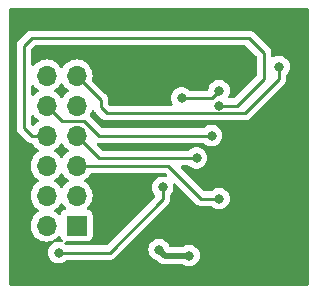
<source format=gbr>
%TF.GenerationSoftware,KiCad,Pcbnew,7.0.1*%
%TF.CreationDate,2023-07-22T00:41:28+01:00*%
%TF.ProjectId,pcb,7063622e-6b69-4636-9164-5f7063625858,rev?*%
%TF.SameCoordinates,Original*%
%TF.FileFunction,Copper,L2,Bot*%
%TF.FilePolarity,Positive*%
%FSLAX46Y46*%
G04 Gerber Fmt 4.6, Leading zero omitted, Abs format (unit mm)*
G04 Created by KiCad (PCBNEW 7.0.1) date 2023-07-22 00:41:28*
%MOMM*%
%LPD*%
G01*
G04 APERTURE LIST*
%TA.AperFunction,ComponentPad*%
%ADD10R,1.700000X1.700000*%
%TD*%
%TA.AperFunction,ComponentPad*%
%ADD11O,1.700000X1.700000*%
%TD*%
%TA.AperFunction,ViaPad*%
%ADD12C,0.800000*%
%TD*%
%TA.AperFunction,Conductor*%
%ADD13C,0.250000*%
%TD*%
%TA.AperFunction,Conductor*%
%ADD14C,0.500000*%
%TD*%
G04 APERTURE END LIST*
D10*
%TO.P,REF\u002A\u002A,1*%
%TO.N,N/C*%
X133985000Y-115570000D03*
D11*
%TO.P,REF\u002A\u002A,2*%
X131445000Y-115570000D03*
%TO.P,REF\u002A\u002A,3*%
X133985000Y-113030000D03*
%TO.P,REF\u002A\u002A,4*%
X131445000Y-113030000D03*
%TO.P,REF\u002A\u002A,5*%
X133985000Y-110490000D03*
%TO.P,REF\u002A\u002A,6*%
X131445000Y-110490000D03*
%TO.P,REF\u002A\u002A,7*%
X133985000Y-107950000D03*
%TO.P,REF\u002A\u002A,8*%
X131445000Y-107950000D03*
%TO.P,REF\u002A\u002A,9*%
X133985000Y-105410000D03*
%TO.P,REF\u002A\u002A,10*%
X131445000Y-105410000D03*
%TO.P,REF\u002A\u002A,11*%
X133985000Y-102870000D03*
%TO.P,REF\u002A\u002A,12*%
X131445000Y-102870000D03*
%TD*%
D12*
%TO.N,*%
X142875000Y-104775000D03*
X145415000Y-107950000D03*
X146050000Y-104140000D03*
X132461000Y-117856000D03*
X146050000Y-113284000D03*
X151130000Y-102108000D03*
X146050000Y-105410000D03*
X140970000Y-117602000D03*
X143510000Y-118110000D03*
X144145000Y-109855000D03*
X141287500Y-112331500D03*
%TD*%
D13*
%TO.N,*%
X136779000Y-117856000D02*
X132461000Y-117856000D01*
X141287500Y-113347500D02*
X136779000Y-117856000D01*
X141287500Y-112331500D02*
X141287500Y-113347500D01*
X144145000Y-109855000D02*
X135890000Y-109855000D01*
X145415000Y-107950000D02*
X135890000Y-107950000D01*
X151130000Y-102108000D02*
X151130000Y-103124000D01*
X136017000Y-104902000D02*
X133985000Y-102870000D01*
X130175000Y-99695000D02*
X129540000Y-100330000D01*
X144526000Y-113284000D02*
X141732000Y-110490000D01*
X148590000Y-99695000D02*
X130175000Y-99695000D01*
X130175000Y-107950000D02*
X131445000Y-107950000D01*
X142875000Y-104775000D02*
X145415000Y-104775000D01*
X146050000Y-113284000D02*
X144526000Y-113284000D01*
D14*
X141478000Y-118110000D02*
X140970000Y-117602000D01*
D13*
X134620000Y-106680000D02*
X132715000Y-106680000D01*
X149860000Y-100965000D02*
X148590000Y-99695000D01*
X135890000Y-109855000D02*
X133985000Y-107950000D01*
X145415000Y-104775000D02*
X146050000Y-104140000D01*
X129540000Y-107315000D02*
X130175000Y-107950000D01*
X146050000Y-105410000D02*
X147574000Y-105410000D01*
X151130000Y-103124000D02*
X148209000Y-106045000D01*
X147574000Y-105410000D02*
X149860000Y-103124000D01*
X148209000Y-106045000D02*
X136525000Y-106045000D01*
X136525000Y-106045000D02*
X136017000Y-105537000D01*
X129540000Y-100330000D02*
X129540000Y-107315000D01*
X132715000Y-106680000D02*
X131445000Y-105410000D01*
D14*
X143510000Y-118110000D02*
X141478000Y-118110000D01*
D13*
X149860000Y-103124000D02*
X149860000Y-100965000D01*
X136017000Y-105537000D02*
X136017000Y-104902000D01*
X135890000Y-107950000D02*
X134620000Y-106680000D01*
X141732000Y-110490000D02*
X133985000Y-110490000D01*
%TD*%
%TA.AperFunction,NonConductor*%
G36*
X153607500Y-97172113D02*
G01*
X153652887Y-97217500D01*
X153669500Y-97279500D01*
X153669500Y-120525500D01*
X153652887Y-120587500D01*
X153607500Y-120632887D01*
X153545500Y-120649500D01*
X128394500Y-120649500D01*
X128332500Y-120632887D01*
X128287113Y-120587500D01*
X128270500Y-120525500D01*
X128270500Y-100310194D01*
X128909840Y-100310194D01*
X128913950Y-100353675D01*
X128914500Y-100365344D01*
X128914500Y-107232256D01*
X128912235Y-107252762D01*
X128914439Y-107322873D01*
X128914500Y-107326768D01*
X128914500Y-107354349D01*
X128915003Y-107358334D01*
X128915918Y-107369967D01*
X128917290Y-107413626D01*
X128922879Y-107432860D01*
X128926825Y-107451916D01*
X128929335Y-107471792D01*
X128945414Y-107512404D01*
X128949197Y-107523451D01*
X128961382Y-107565391D01*
X128971580Y-107582635D01*
X128980136Y-107600100D01*
X128987514Y-107618732D01*
X128987515Y-107618733D01*
X129013180Y-107654059D01*
X129019593Y-107663822D01*
X129041826Y-107701416D01*
X129041829Y-107701419D01*
X129041830Y-107701420D01*
X129055995Y-107715585D01*
X129068627Y-107730375D01*
X129080406Y-107746587D01*
X129114058Y-107774426D01*
X129122699Y-107782289D01*
X129674197Y-108333787D01*
X129687098Y-108349889D01*
X129689212Y-108351874D01*
X129689214Y-108351877D01*
X129736561Y-108396339D01*
X129738240Y-108397916D01*
X129741036Y-108400626D01*
X129760530Y-108420120D01*
X129763704Y-108422582D01*
X129772568Y-108430153D01*
X129804418Y-108460062D01*
X129814914Y-108465832D01*
X129821974Y-108469714D01*
X129838231Y-108480392D01*
X129854064Y-108492674D01*
X129870185Y-108499649D01*
X129894156Y-108510023D01*
X129904643Y-108515160D01*
X129942908Y-108536197D01*
X129962316Y-108541180D01*
X129980710Y-108547478D01*
X129999105Y-108555438D01*
X130042254Y-108562271D01*
X130053680Y-108564638D01*
X130069222Y-108568629D01*
X130095980Y-108575500D01*
X130095981Y-108575500D01*
X130116016Y-108575500D01*
X130135413Y-108577026D01*
X130155196Y-108580160D01*
X130160618Y-108579647D01*
X130224301Y-108590530D01*
X130273864Y-108631970D01*
X130406505Y-108821401D01*
X130573599Y-108988495D01*
X130759160Y-109118426D01*
X130798024Y-109162743D01*
X130812035Y-109220000D01*
X130798024Y-109277257D01*
X130759159Y-109321575D01*
X130573595Y-109451508D01*
X130406505Y-109618598D01*
X130270965Y-109812170D01*
X130171097Y-110026336D01*
X130109936Y-110254592D01*
X130089340Y-110489999D01*
X130109936Y-110725407D01*
X130154709Y-110892501D01*
X130171097Y-110953663D01*
X130270965Y-111167830D01*
X130406505Y-111361401D01*
X130573599Y-111528495D01*
X130759160Y-111658426D01*
X130798024Y-111702743D01*
X130812035Y-111760000D01*
X130798024Y-111817257D01*
X130759160Y-111861574D01*
X130574408Y-111990939D01*
X130573595Y-111991508D01*
X130406505Y-112158598D01*
X130270965Y-112352170D01*
X130171097Y-112566336D01*
X130109936Y-112794592D01*
X130089340Y-113030000D01*
X130109936Y-113265407D01*
X130137240Y-113367305D01*
X130171097Y-113493663D01*
X130270965Y-113707830D01*
X130406505Y-113901401D01*
X130573599Y-114068495D01*
X130759160Y-114198426D01*
X130798024Y-114242743D01*
X130812035Y-114300000D01*
X130798024Y-114357257D01*
X130759159Y-114401575D01*
X130573595Y-114531508D01*
X130406505Y-114698598D01*
X130270965Y-114892170D01*
X130171097Y-115106336D01*
X130109936Y-115334592D01*
X130089340Y-115570000D01*
X130109936Y-115805407D01*
X130154709Y-115972501D01*
X130171097Y-116033663D01*
X130270965Y-116247830D01*
X130406505Y-116441401D01*
X130573599Y-116608495D01*
X130767170Y-116744035D01*
X130981337Y-116843903D01*
X131209592Y-116905063D01*
X131445000Y-116925659D01*
X131680408Y-116905063D01*
X131908663Y-116843903D01*
X132122830Y-116744035D01*
X132316401Y-116608495D01*
X132438329Y-116486566D01*
X132491072Y-116455273D01*
X132552365Y-116453084D01*
X132607209Y-116480537D01*
X132642189Y-116530916D01*
X132691205Y-116662333D01*
X132780052Y-116781018D01*
X132803240Y-116835813D01*
X132798233Y-116895102D01*
X132766184Y-116945233D01*
X132714473Y-116974664D01*
X132655005Y-116976618D01*
X132555649Y-116955500D01*
X132555646Y-116955500D01*
X132366354Y-116955500D01*
X132366352Y-116955500D01*
X132181197Y-116994855D01*
X132008269Y-117071848D01*
X131855129Y-117183110D01*
X131728466Y-117323783D01*
X131633820Y-117487715D01*
X131575326Y-117667742D01*
X131555540Y-117855999D01*
X131575326Y-118044257D01*
X131633820Y-118224284D01*
X131728466Y-118388216D01*
X131855129Y-118528889D01*
X132008269Y-118640151D01*
X132181197Y-118717144D01*
X132366352Y-118756500D01*
X132366354Y-118756500D01*
X132555646Y-118756500D01*
X132555648Y-118756500D01*
X132679084Y-118730262D01*
X132740803Y-118717144D01*
X132913730Y-118640151D01*
X133066871Y-118528888D01*
X133072598Y-118522526D01*
X133114312Y-118492220D01*
X133164747Y-118481500D01*
X136696256Y-118481500D01*
X136716762Y-118483764D01*
X136719665Y-118483672D01*
X136719667Y-118483673D01*
X136786872Y-118481561D01*
X136790768Y-118481500D01*
X136818349Y-118481500D01*
X136818350Y-118481500D01*
X136822319Y-118480998D01*
X136833965Y-118480080D01*
X136877627Y-118478709D01*
X136896859Y-118473120D01*
X136915918Y-118469174D01*
X136922196Y-118468381D01*
X136935792Y-118466664D01*
X136976407Y-118450582D01*
X136987444Y-118446803D01*
X137029390Y-118434618D01*
X137046629Y-118424422D01*
X137064102Y-118415862D01*
X137082732Y-118408486D01*
X137118064Y-118382814D01*
X137127830Y-118376400D01*
X137165418Y-118354171D01*
X137165417Y-118354171D01*
X137165420Y-118354170D01*
X137179585Y-118340004D01*
X137194373Y-118327373D01*
X137210587Y-118315594D01*
X137238438Y-118281926D01*
X137246279Y-118273309D01*
X137917589Y-117601999D01*
X140064540Y-117601999D01*
X140084326Y-117790257D01*
X140142820Y-117970284D01*
X140237466Y-118134216D01*
X140364129Y-118274889D01*
X140517269Y-118386151D01*
X140690193Y-118463143D01*
X140690196Y-118463143D01*
X140690197Y-118463144D01*
X140755330Y-118476987D01*
X140788716Y-118489304D01*
X140817230Y-118510597D01*
X140902268Y-118595635D01*
X140914044Y-118609260D01*
X140928390Y-118628530D01*
X140966355Y-118660386D01*
X140974317Y-118667684D01*
X140978224Y-118671591D01*
X141002537Y-118690815D01*
X141005337Y-118693096D01*
X141063754Y-118742115D01*
X141080165Y-118752569D01*
X141081319Y-118753107D01*
X141081323Y-118753110D01*
X141149328Y-118784821D01*
X141152451Y-118786333D01*
X141219567Y-118820040D01*
X141220704Y-118820611D01*
X141239084Y-118826998D01*
X141240321Y-118827253D01*
X141240327Y-118827256D01*
X141313862Y-118842439D01*
X141317209Y-118843181D01*
X141390279Y-118860500D01*
X141390281Y-118860500D01*
X141391505Y-118860790D01*
X141410876Y-118862769D01*
X141412140Y-118862732D01*
X141412144Y-118862733D01*
X141487110Y-118860552D01*
X141490716Y-118860500D01*
X142970663Y-118860500D01*
X143008982Y-118866569D01*
X143043550Y-118884183D01*
X143057271Y-118894152D01*
X143230197Y-118971144D01*
X143415352Y-119010500D01*
X143415354Y-119010500D01*
X143604646Y-119010500D01*
X143604648Y-119010500D01*
X143728083Y-118984262D01*
X143789803Y-118971144D01*
X143962730Y-118894151D01*
X144033936Y-118842417D01*
X144115870Y-118782889D01*
X144242533Y-118642216D01*
X144337179Y-118478284D01*
X144346878Y-118448433D01*
X144395674Y-118298256D01*
X144415460Y-118110000D01*
X144395674Y-117921744D01*
X144337179Y-117741716D01*
X144337179Y-117741715D01*
X144242533Y-117577783D01*
X144115870Y-117437110D01*
X143962730Y-117325848D01*
X143789802Y-117248855D01*
X143604648Y-117209500D01*
X143604646Y-117209500D01*
X143415354Y-117209500D01*
X143415352Y-117209500D01*
X143230197Y-117248855D01*
X143057271Y-117325847D01*
X143043550Y-117335817D01*
X143008982Y-117353431D01*
X142970663Y-117359500D01*
X141928140Y-117359500D01*
X141877704Y-117348780D01*
X141835990Y-117318472D01*
X141810209Y-117273817D01*
X141797179Y-117233716D01*
X141702533Y-117069783D01*
X141575870Y-116929110D01*
X141422730Y-116817848D01*
X141249802Y-116740855D01*
X141064648Y-116701500D01*
X141064646Y-116701500D01*
X140875354Y-116701500D01*
X140875352Y-116701500D01*
X140690197Y-116740855D01*
X140517269Y-116817848D01*
X140364129Y-116929110D01*
X140237466Y-117069783D01*
X140142820Y-117233715D01*
X140084326Y-117413742D01*
X140064540Y-117601999D01*
X137917589Y-117601999D01*
X141671289Y-113848300D01*
X141687385Y-113835406D01*
X141689373Y-113833287D01*
X141689377Y-113833286D01*
X141735448Y-113784223D01*
X141738066Y-113781523D01*
X141757620Y-113761971D01*
X141760081Y-113758798D01*
X141767656Y-113749927D01*
X141797562Y-113718082D01*
X141807212Y-113700527D01*
X141817900Y-113684257D01*
X141830173Y-113668436D01*
X141847526Y-113628332D01*
X141852657Y-113617862D01*
X141873697Y-113579592D01*
X141878675Y-113560199D01*
X141884981Y-113541782D01*
X141886518Y-113538228D01*
X141892938Y-113523396D01*
X141899772Y-113480245D01*
X141902135Y-113468831D01*
X141913000Y-113426519D01*
X141913000Y-113406484D01*
X141914527Y-113387085D01*
X141917660Y-113367304D01*
X141913550Y-113323825D01*
X141913000Y-113312156D01*
X141913000Y-113030187D01*
X141921236Y-112985749D01*
X141944847Y-112947217D01*
X142020033Y-112863716D01*
X142084658Y-112751783D01*
X142114679Y-112699784D01*
X142143491Y-112611110D01*
X142173174Y-112519756D01*
X142192960Y-112331500D01*
X142173174Y-112143244D01*
X142173172Y-112143240D01*
X142171811Y-112130282D01*
X142174250Y-112130025D01*
X142172077Y-112084001D01*
X142202696Y-112026164D01*
X142258494Y-111991969D01*
X142323928Y-111990939D01*
X142380773Y-112023363D01*
X144025197Y-113667787D01*
X144038098Y-113683889D01*
X144040212Y-113685874D01*
X144040214Y-113685877D01*
X144087561Y-113730339D01*
X144089240Y-113731916D01*
X144092035Y-113734625D01*
X144111530Y-113754120D01*
X144114704Y-113756582D01*
X144123568Y-113764153D01*
X144155418Y-113794062D01*
X144165914Y-113799832D01*
X144172974Y-113803714D01*
X144189231Y-113814392D01*
X144205064Y-113826674D01*
X144220344Y-113833286D01*
X144245156Y-113844023D01*
X144255643Y-113849160D01*
X144293908Y-113870197D01*
X144313316Y-113875180D01*
X144331710Y-113881478D01*
X144350105Y-113889438D01*
X144393254Y-113896271D01*
X144404680Y-113898638D01*
X144415436Y-113901400D01*
X144446980Y-113909500D01*
X144446981Y-113909500D01*
X144467016Y-113909500D01*
X144486413Y-113911026D01*
X144506196Y-113914160D01*
X144549674Y-113910050D01*
X144561344Y-113909500D01*
X145346253Y-113909500D01*
X145396688Y-113920220D01*
X145438401Y-113950526D01*
X145444129Y-113956888D01*
X145597270Y-114068151D01*
X145597271Y-114068151D01*
X145597272Y-114068152D01*
X145770197Y-114145144D01*
X145955352Y-114184500D01*
X145955354Y-114184500D01*
X146144646Y-114184500D01*
X146144648Y-114184500D01*
X146268084Y-114158262D01*
X146329803Y-114145144D01*
X146502730Y-114068151D01*
X146655871Y-113956888D01*
X146782533Y-113816216D01*
X146877179Y-113652284D01*
X146935674Y-113472256D01*
X146955460Y-113284000D01*
X146935674Y-113095744D01*
X146898907Y-112982588D01*
X146877179Y-112915715D01*
X146782533Y-112751783D01*
X146655870Y-112611110D01*
X146502730Y-112499848D01*
X146329802Y-112422855D01*
X146144648Y-112383500D01*
X146144646Y-112383500D01*
X145955354Y-112383500D01*
X145955352Y-112383500D01*
X145770197Y-112422855D01*
X145597272Y-112499847D01*
X145517277Y-112557967D01*
X145444129Y-112611112D01*
X145438401Y-112617473D01*
X145396688Y-112647780D01*
X145346253Y-112658500D01*
X144836452Y-112658500D01*
X144788999Y-112649061D01*
X144748771Y-112622181D01*
X142818772Y-110692181D01*
X142788522Y-110642818D01*
X142783980Y-110585102D01*
X142806135Y-110531615D01*
X142850158Y-110494015D01*
X142906453Y-110480500D01*
X143441253Y-110480500D01*
X143491688Y-110491220D01*
X143533401Y-110521526D01*
X143539129Y-110527888D01*
X143692270Y-110639151D01*
X143692271Y-110639151D01*
X143692272Y-110639152D01*
X143865197Y-110716144D01*
X144050352Y-110755500D01*
X144050354Y-110755500D01*
X144239646Y-110755500D01*
X144239648Y-110755500D01*
X144381219Y-110725408D01*
X144424803Y-110716144D01*
X144597730Y-110639151D01*
X144597729Y-110639151D01*
X144750870Y-110527889D01*
X144756598Y-110521528D01*
X144877533Y-110387216D01*
X144972179Y-110223284D01*
X145030674Y-110043256D01*
X145050460Y-109855000D01*
X145030674Y-109666744D01*
X144972179Y-109486716D01*
X144972179Y-109486715D01*
X144877533Y-109322783D01*
X144750870Y-109182110D01*
X144597730Y-109070848D01*
X144424802Y-108993855D01*
X144239648Y-108954500D01*
X144239646Y-108954500D01*
X144050354Y-108954500D01*
X144050352Y-108954500D01*
X143865197Y-108993855D01*
X143692272Y-109070847D01*
X143626787Y-109118425D01*
X143539129Y-109182112D01*
X143533401Y-109188473D01*
X143491688Y-109218780D01*
X143441253Y-109229500D01*
X136200452Y-109229500D01*
X136152999Y-109220061D01*
X136112771Y-109193181D01*
X135706472Y-108786882D01*
X135674444Y-108731538D01*
X135674249Y-108667594D01*
X135705939Y-108612056D01*
X135761087Y-108579691D01*
X135795316Y-108579378D01*
X135795316Y-108575500D01*
X135810981Y-108575500D01*
X135831016Y-108575500D01*
X135850415Y-108577027D01*
X135870196Y-108580160D01*
X135913674Y-108576050D01*
X135925344Y-108575500D01*
X144711253Y-108575500D01*
X144761688Y-108586220D01*
X144803401Y-108616526D01*
X144809129Y-108622888D01*
X144962270Y-108734151D01*
X144962271Y-108734151D01*
X144962272Y-108734152D01*
X145135197Y-108811144D01*
X145320352Y-108850500D01*
X145320354Y-108850500D01*
X145509646Y-108850500D01*
X145509648Y-108850500D01*
X145646547Y-108821401D01*
X145694803Y-108811144D01*
X145867730Y-108734151D01*
X146020871Y-108622888D01*
X146147533Y-108482216D01*
X146242179Y-108318284D01*
X146300674Y-108138256D01*
X146320460Y-107950000D01*
X146300674Y-107761744D01*
X146242179Y-107581716D01*
X146242179Y-107581715D01*
X146147533Y-107417783D01*
X146020870Y-107277110D01*
X145867730Y-107165848D01*
X145694802Y-107088855D01*
X145509648Y-107049500D01*
X145509646Y-107049500D01*
X145320354Y-107049500D01*
X145320352Y-107049500D01*
X145135197Y-107088855D01*
X144962272Y-107165847D01*
X144870868Y-107232256D01*
X144809129Y-107277112D01*
X144803401Y-107283473D01*
X144761688Y-107313780D01*
X144711253Y-107324500D01*
X136200453Y-107324500D01*
X136153000Y-107315061D01*
X136112772Y-107288181D01*
X135131043Y-106306452D01*
X135101018Y-106257774D01*
X135096033Y-106200799D01*
X135117150Y-106147647D01*
X135159035Y-106087830D01*
X135258903Y-105873663D01*
X135258904Y-105873659D01*
X135259667Y-105872023D01*
X135300483Y-105823164D01*
X135360163Y-105800998D01*
X135422977Y-105811368D01*
X135472366Y-105851541D01*
X135490179Y-105876058D01*
X135496593Y-105885822D01*
X135518826Y-105923416D01*
X135518829Y-105923419D01*
X135518830Y-105923420D01*
X135532995Y-105937585D01*
X135545627Y-105952375D01*
X135557406Y-105968587D01*
X135591058Y-105996426D01*
X135599699Y-106004289D01*
X136024194Y-106428784D01*
X136037094Y-106444886D01*
X136088223Y-106492900D01*
X136091020Y-106495611D01*
X136110529Y-106515120D01*
X136113711Y-106517588D01*
X136122571Y-106525155D01*
X136154417Y-106555061D01*
X136154418Y-106555062D01*
X136171970Y-106564711D01*
X136188238Y-106575397D01*
X136204064Y-106587673D01*
X136244146Y-106605017D01*
X136254633Y-106610155D01*
X136292907Y-106631197D01*
X136301410Y-106633379D01*
X136312308Y-106636178D01*
X136330713Y-106642478D01*
X136349104Y-106650437D01*
X136392250Y-106657270D01*
X136403668Y-106659635D01*
X136445981Y-106670500D01*
X136466017Y-106670500D01*
X136485414Y-106672026D01*
X136505196Y-106675160D01*
X136545720Y-106671328D01*
X136548672Y-106671050D01*
X136560342Y-106670500D01*
X148126256Y-106670500D01*
X148146762Y-106672764D01*
X148149665Y-106672672D01*
X148149667Y-106672673D01*
X148216872Y-106670561D01*
X148220768Y-106670500D01*
X148248349Y-106670500D01*
X148248350Y-106670500D01*
X148252319Y-106669998D01*
X148263965Y-106669080D01*
X148307627Y-106667709D01*
X148326859Y-106662120D01*
X148345918Y-106658174D01*
X148353099Y-106657267D01*
X148365792Y-106655664D01*
X148406407Y-106639582D01*
X148417444Y-106635803D01*
X148459390Y-106623618D01*
X148476629Y-106613422D01*
X148494102Y-106604862D01*
X148512732Y-106597486D01*
X148548064Y-106571814D01*
X148557830Y-106565400D01*
X148595418Y-106543171D01*
X148595417Y-106543171D01*
X148595420Y-106543170D01*
X148609585Y-106529004D01*
X148624374Y-106516372D01*
X148640587Y-106504594D01*
X148668449Y-106470914D01*
X148676279Y-106462310D01*
X151513789Y-103624800D01*
X151529885Y-103611906D01*
X151531873Y-103609787D01*
X151531877Y-103609786D01*
X151577948Y-103560723D01*
X151580566Y-103558023D01*
X151600120Y-103538471D01*
X151602581Y-103535298D01*
X151610156Y-103526427D01*
X151640062Y-103494582D01*
X151649712Y-103477027D01*
X151660400Y-103460757D01*
X151672671Y-103444938D01*
X151672673Y-103444936D01*
X151690026Y-103404832D01*
X151695157Y-103394362D01*
X151716197Y-103356092D01*
X151721175Y-103336699D01*
X151727481Y-103318282D01*
X151729865Y-103312774D01*
X151735438Y-103299896D01*
X151742272Y-103256745D01*
X151744635Y-103245331D01*
X151755500Y-103203019D01*
X151755500Y-103182984D01*
X151757027Y-103163585D01*
X151760160Y-103143804D01*
X151756050Y-103100325D01*
X151755500Y-103088656D01*
X151755500Y-102806687D01*
X151763736Y-102762249D01*
X151787347Y-102723717D01*
X151862533Y-102640216D01*
X151957179Y-102476284D01*
X152015674Y-102296256D01*
X152035460Y-102108000D01*
X152015674Y-101919744D01*
X151957179Y-101739716D01*
X151957179Y-101739715D01*
X151862533Y-101575783D01*
X151735870Y-101435110D01*
X151582730Y-101323848D01*
X151409802Y-101246855D01*
X151224648Y-101207500D01*
X151224646Y-101207500D01*
X151035354Y-101207500D01*
X151035352Y-101207500D01*
X150850197Y-101246855D01*
X150665364Y-101329149D01*
X150664316Y-101326796D01*
X150619233Y-101343431D01*
X150553207Y-101330300D01*
X150503773Y-101284605D01*
X150485500Y-101219814D01*
X150485500Y-101047740D01*
X150487763Y-101027236D01*
X150485561Y-100957144D01*
X150485500Y-100953250D01*
X150485500Y-100925657D01*
X150485500Y-100925650D01*
X150484995Y-100921653D01*
X150484080Y-100910023D01*
X150482709Y-100866373D01*
X150477120Y-100847140D01*
X150473174Y-100828082D01*
X150470664Y-100808208D01*
X150454588Y-100767606D01*
X150450804Y-100756552D01*
X150438619Y-100714613D01*
X150438618Y-100714612D01*
X150438618Y-100714610D01*
X150428417Y-100697361D01*
X150419860Y-100679895D01*
X150412486Y-100661268D01*
X150386813Y-100625932D01*
X150380402Y-100616172D01*
X150358169Y-100578578D01*
X150344006Y-100564415D01*
X150331369Y-100549620D01*
X150319595Y-100533414D01*
X150319594Y-100533413D01*
X150285935Y-100505568D01*
X150277305Y-100497714D01*
X149090802Y-99311211D01*
X149077906Y-99295113D01*
X149026775Y-99247098D01*
X149023978Y-99244387D01*
X149004470Y-99224879D01*
X149001290Y-99222412D01*
X148992424Y-99214839D01*
X148960582Y-99184938D01*
X148943024Y-99175285D01*
X148926764Y-99164604D01*
X148910936Y-99152327D01*
X148870851Y-99134980D01*
X148860361Y-99129841D01*
X148822091Y-99108802D01*
X148802691Y-99103821D01*
X148784284Y-99097519D01*
X148765897Y-99089562D01*
X148722758Y-99082729D01*
X148711324Y-99080361D01*
X148669019Y-99069500D01*
X148648984Y-99069500D01*
X148629586Y-99067973D01*
X148622162Y-99066797D01*
X148609805Y-99064840D01*
X148609804Y-99064840D01*
X148584468Y-99067235D01*
X148566325Y-99068950D01*
X148554656Y-99069500D01*
X130257744Y-99069500D01*
X130237236Y-99067235D01*
X130167113Y-99069439D01*
X130163219Y-99069500D01*
X130135650Y-99069500D01*
X130131671Y-99070002D01*
X130120041Y-99070917D01*
X130076372Y-99072289D01*
X130057128Y-99077880D01*
X130038084Y-99081824D01*
X130018208Y-99084335D01*
X129977600Y-99100413D01*
X129966554Y-99104194D01*
X129924610Y-99116382D01*
X129924607Y-99116383D01*
X129907365Y-99126579D01*
X129889904Y-99135133D01*
X129871267Y-99142512D01*
X129835931Y-99168185D01*
X129826174Y-99174595D01*
X129788580Y-99196829D01*
X129774413Y-99210996D01*
X129759624Y-99223626D01*
X129743413Y-99235404D01*
X129715572Y-99269058D01*
X129707711Y-99277697D01*
X129156208Y-99829199D01*
X129140110Y-99842096D01*
X129092096Y-99893225D01*
X129089391Y-99896017D01*
X129069874Y-99915534D01*
X129067415Y-99918705D01*
X129059842Y-99927572D01*
X129029935Y-99959420D01*
X129020285Y-99976974D01*
X129009609Y-99993228D01*
X128997326Y-100009063D01*
X128979975Y-100049158D01*
X128974838Y-100059644D01*
X128953802Y-100097907D01*
X128948821Y-100117309D01*
X128942520Y-100135711D01*
X128934561Y-100154102D01*
X128927728Y-100197242D01*
X128925360Y-100208674D01*
X128914500Y-100250978D01*
X128914500Y-100271016D01*
X128912973Y-100290415D01*
X128909840Y-100310194D01*
X128270500Y-100310194D01*
X128270500Y-97279500D01*
X128287113Y-97217500D01*
X128332500Y-97172113D01*
X128394500Y-97155500D01*
X153545500Y-97155500D01*
X153607500Y-97172113D01*
G37*
%TD.AperFunction*%
%TA.AperFunction,NonConductor*%
G36*
X130343858Y-103679037D02*
G01*
X130391073Y-103719362D01*
X130406505Y-103741401D01*
X130573599Y-103908495D01*
X130759160Y-104038426D01*
X130798024Y-104082743D01*
X130812035Y-104140000D01*
X130798024Y-104197257D01*
X130759159Y-104241575D01*
X130573595Y-104371508D01*
X130406506Y-104538597D01*
X130406505Y-104538599D01*
X130392779Y-104558203D01*
X130391075Y-104560636D01*
X130343858Y-104600963D01*
X130283011Y-104613343D01*
X130223790Y-104594671D01*
X130181047Y-104549629D01*
X130165500Y-104489513D01*
X130165500Y-103790487D01*
X130181047Y-103730371D01*
X130223790Y-103685329D01*
X130283011Y-103666657D01*
X130343858Y-103679037D01*
G37*
%TD.AperFunction*%
%TA.AperFunction,NonConductor*%
G36*
X132772257Y-103516975D02*
G01*
X132816573Y-103555839D01*
X132946505Y-103741401D01*
X133113599Y-103908495D01*
X133299160Y-104038426D01*
X133338024Y-104082743D01*
X133352035Y-104140000D01*
X133338024Y-104197257D01*
X133299159Y-104241575D01*
X133113595Y-104371508D01*
X132946508Y-104538595D01*
X132946507Y-104538597D01*
X132946505Y-104538599D01*
X132904724Y-104598269D01*
X132816574Y-104724160D01*
X132772255Y-104763026D01*
X132714999Y-104777036D01*
X132657742Y-104763025D01*
X132613426Y-104724161D01*
X132483495Y-104538599D01*
X132316401Y-104371505D01*
X132130839Y-104241573D01*
X132091975Y-104197257D01*
X132077964Y-104140000D01*
X132091975Y-104082743D01*
X132130839Y-104038426D01*
X132316401Y-103908495D01*
X132483495Y-103741401D01*
X132613426Y-103555839D01*
X132657743Y-103516975D01*
X132715000Y-103502964D01*
X132772257Y-103516975D01*
G37*
%TD.AperFunction*%
%TA.AperFunction,NonConductor*%
G36*
X148327001Y-100329939D02*
G01*
X148367229Y-100356819D01*
X149198181Y-101187772D01*
X149225061Y-101228000D01*
X149234500Y-101275453D01*
X149234500Y-102813547D01*
X149225061Y-102861000D01*
X149198181Y-102901228D01*
X147351228Y-104748181D01*
X147311000Y-104775061D01*
X147263547Y-104784500D01*
X146932480Y-104784500D01*
X146870480Y-104767887D01*
X146825093Y-104722500D01*
X146808480Y-104660500D01*
X146825093Y-104598500D01*
X146877179Y-104508284D01*
X146898530Y-104442573D01*
X146935674Y-104328256D01*
X146955460Y-104140000D01*
X146935674Y-103951744D01*
X146877179Y-103771716D01*
X146877179Y-103771715D01*
X146782533Y-103607783D01*
X146655870Y-103467110D01*
X146502730Y-103355848D01*
X146329802Y-103278855D01*
X146144648Y-103239500D01*
X146144646Y-103239500D01*
X145955354Y-103239500D01*
X145955352Y-103239500D01*
X145770197Y-103278855D01*
X145597269Y-103355848D01*
X145444129Y-103467110D01*
X145317466Y-103607783D01*
X145222820Y-103771715D01*
X145164326Y-103951742D01*
X145155212Y-104038462D01*
X145134692Y-104094840D01*
X145090105Y-104134986D01*
X145031891Y-104149500D01*
X143578747Y-104149500D01*
X143528312Y-104138780D01*
X143486598Y-104108473D01*
X143480871Y-104102112D01*
X143327730Y-103990849D01*
X143327729Y-103990848D01*
X143327727Y-103990847D01*
X143154802Y-103913855D01*
X142969648Y-103874500D01*
X142969646Y-103874500D01*
X142780354Y-103874500D01*
X142780352Y-103874500D01*
X142595197Y-103913855D01*
X142422269Y-103990848D01*
X142269129Y-104102110D01*
X142142466Y-104242783D01*
X142047820Y-104406715D01*
X141989326Y-104586742D01*
X141969540Y-104775000D01*
X141989326Y-104963257D01*
X142047820Y-105143284D01*
X142099907Y-105233500D01*
X142116520Y-105295500D01*
X142099907Y-105357500D01*
X142054520Y-105402887D01*
X141992520Y-105419500D01*
X136835453Y-105419500D01*
X136788000Y-105410061D01*
X136747772Y-105383181D01*
X136678819Y-105314228D01*
X136651939Y-105274000D01*
X136642500Y-105226547D01*
X136642500Y-104984744D01*
X136644764Y-104964237D01*
X136642561Y-104894127D01*
X136642500Y-104890232D01*
X136642500Y-104862653D01*
X136641997Y-104858672D01*
X136641080Y-104847019D01*
X136639709Y-104803373D01*
X136634120Y-104784140D01*
X136630174Y-104765082D01*
X136627664Y-104745206D01*
X136611588Y-104704604D01*
X136607804Y-104693553D01*
X136601605Y-104672216D01*
X136595618Y-104651610D01*
X136585414Y-104634355D01*
X136576861Y-104616895D01*
X136570553Y-104600963D01*
X136569486Y-104598268D01*
X136543808Y-104562925D01*
X136537401Y-104553171D01*
X136515169Y-104515579D01*
X136501006Y-104501416D01*
X136488367Y-104486617D01*
X136476595Y-104470413D01*
X136442941Y-104442573D01*
X136434299Y-104434709D01*
X135325237Y-103325647D01*
X135293143Y-103270059D01*
X135293143Y-103205872D01*
X135320063Y-103105408D01*
X135340659Y-102870000D01*
X135320063Y-102634592D01*
X135258903Y-102406337D01*
X135159035Y-102192171D01*
X135023495Y-101998599D01*
X134856401Y-101831505D01*
X134662830Y-101695965D01*
X134448663Y-101596097D01*
X134372849Y-101575783D01*
X134220407Y-101534936D01*
X133985000Y-101514340D01*
X133749592Y-101534936D01*
X133521336Y-101596097D01*
X133307170Y-101695965D01*
X133113598Y-101831505D01*
X132946505Y-101998598D01*
X132816575Y-102184159D01*
X132772257Y-102223025D01*
X132715000Y-102237036D01*
X132657743Y-102223025D01*
X132613425Y-102184159D01*
X132535831Y-102073343D01*
X132483495Y-101998599D01*
X132316401Y-101831505D01*
X132122830Y-101695965D01*
X131908663Y-101596097D01*
X131832849Y-101575783D01*
X131680407Y-101534936D01*
X131445000Y-101514340D01*
X131209592Y-101534936D01*
X130981336Y-101596097D01*
X130767170Y-101695965D01*
X130573598Y-101831505D01*
X130406506Y-101998597D01*
X130391075Y-102020636D01*
X130343858Y-102060963D01*
X130283011Y-102073343D01*
X130223790Y-102054671D01*
X130181047Y-102009629D01*
X130165500Y-101949513D01*
X130165500Y-100640452D01*
X130174939Y-100592999D01*
X130201819Y-100552771D01*
X130397771Y-100356819D01*
X130437999Y-100329939D01*
X130485452Y-100320500D01*
X148279548Y-100320500D01*
X148327001Y-100329939D01*
G37*
%TD.AperFunction*%
%TA.AperFunction,NonConductor*%
G36*
X130343858Y-106219037D02*
G01*
X130391073Y-106259362D01*
X130406505Y-106281401D01*
X130573599Y-106448495D01*
X130759160Y-106578426D01*
X130798024Y-106622743D01*
X130812035Y-106680000D01*
X130798024Y-106737257D01*
X130759159Y-106781575D01*
X130573595Y-106911508D01*
X130406504Y-107078599D01*
X130401352Y-107085957D01*
X130361775Y-107122218D01*
X130310582Y-107138357D01*
X130257365Y-107131348D01*
X130212096Y-107102506D01*
X130201814Y-107092223D01*
X130174938Y-107051996D01*
X130165500Y-107004546D01*
X130165500Y-106330487D01*
X130181047Y-106270371D01*
X130223790Y-106225329D01*
X130283011Y-106206657D01*
X130343858Y-106219037D01*
G37*
%TD.AperFunction*%
%TA.AperFunction,NonConductor*%
G36*
X132772257Y-108596975D02*
G01*
X132816573Y-108635839D01*
X132946505Y-108821401D01*
X133113599Y-108988495D01*
X133299160Y-109118426D01*
X133338024Y-109162743D01*
X133352035Y-109220000D01*
X133338024Y-109277257D01*
X133299159Y-109321575D01*
X133113595Y-109451508D01*
X132946505Y-109618598D01*
X132816575Y-109804159D01*
X132772257Y-109843025D01*
X132715000Y-109857036D01*
X132657743Y-109843025D01*
X132613425Y-109804159D01*
X132483494Y-109618598D01*
X132316401Y-109451505D01*
X132316400Y-109451504D01*
X132130839Y-109321573D01*
X132091975Y-109277257D01*
X132077964Y-109220000D01*
X132091975Y-109162743D01*
X132130839Y-109118426D01*
X132316401Y-108988495D01*
X132483495Y-108821401D01*
X132613426Y-108635839D01*
X132657743Y-108596975D01*
X132715000Y-108582964D01*
X132772257Y-108596975D01*
G37*
%TD.AperFunction*%
%TA.AperFunction,NonConductor*%
G36*
X132772257Y-111136975D02*
G01*
X132816573Y-111175839D01*
X132946505Y-111361401D01*
X133113599Y-111528495D01*
X133299160Y-111658426D01*
X133338024Y-111702743D01*
X133352035Y-111760000D01*
X133338024Y-111817257D01*
X133299160Y-111861574D01*
X133114408Y-111990939D01*
X133113595Y-111991508D01*
X132946505Y-112158598D01*
X132816575Y-112344159D01*
X132772257Y-112383025D01*
X132715000Y-112397036D01*
X132657743Y-112383025D01*
X132613425Y-112344159D01*
X132483494Y-112158598D01*
X132316404Y-111991508D01*
X132316403Y-111991507D01*
X132316401Y-111991505D01*
X132130839Y-111861573D01*
X132091974Y-111817255D01*
X132077964Y-111759999D01*
X132091975Y-111702742D01*
X132130837Y-111658428D01*
X132316401Y-111528495D01*
X132483495Y-111361401D01*
X132613426Y-111175839D01*
X132657743Y-111136975D01*
X132715000Y-111122964D01*
X132772257Y-111136975D01*
G37*
%TD.AperFunction*%
%TA.AperFunction,NonConductor*%
G36*
X132772255Y-113676974D02*
G01*
X132816573Y-113715839D01*
X132946505Y-113901401D01*
X132946508Y-113901404D01*
X133068430Y-114023326D01*
X133099726Y-114076072D01*
X133101915Y-114137365D01*
X133074462Y-114192209D01*
X133024083Y-114227189D01*
X132892669Y-114276204D01*
X132777454Y-114362454D01*
X132691204Y-114477669D01*
X132642189Y-114609083D01*
X132607209Y-114659462D01*
X132552365Y-114686915D01*
X132491072Y-114684726D01*
X132438326Y-114653430D01*
X132316404Y-114531508D01*
X132316401Y-114531505D01*
X132130839Y-114401573D01*
X132091976Y-114357257D01*
X132077965Y-114300000D01*
X132091976Y-114242743D01*
X132130839Y-114198426D01*
X132316401Y-114068495D01*
X132483495Y-113901401D01*
X132613428Y-113715837D01*
X132657742Y-113676975D01*
X132714999Y-113662964D01*
X132772255Y-113676974D01*
G37*
%TD.AperFunction*%
%TA.AperFunction,NonConductor*%
G36*
X141469001Y-111124939D02*
G01*
X141509229Y-111151819D01*
X141602066Y-111244656D01*
X141633817Y-111298991D01*
X141634806Y-111361915D01*
X141604778Y-111417220D01*
X141551467Y-111450663D01*
X141488605Y-111453628D01*
X141439335Y-111443155D01*
X141382146Y-111431000D01*
X141192854Y-111431000D01*
X141192852Y-111431000D01*
X141007697Y-111470355D01*
X140834769Y-111547348D01*
X140681629Y-111658610D01*
X140554966Y-111799283D01*
X140460320Y-111963215D01*
X140401826Y-112143242D01*
X140401825Y-112143244D01*
X140401826Y-112143244D01*
X140382040Y-112331500D01*
X140384213Y-112352171D01*
X140401826Y-112519757D01*
X140460320Y-112699784D01*
X140554964Y-112863713D01*
X140554967Y-112863716D01*
X140630152Y-112947217D01*
X140653764Y-112985749D01*
X140662000Y-113030187D01*
X140662000Y-113037048D01*
X140652561Y-113084501D01*
X140625681Y-113124729D01*
X136556228Y-117194181D01*
X136516000Y-117221061D01*
X136468547Y-117230500D01*
X133164747Y-117230500D01*
X133114312Y-117219780D01*
X133072598Y-117189473D01*
X133066871Y-117183112D01*
X133014161Y-117144816D01*
X132974849Y-117097295D01*
X132963293Y-117036712D01*
X132982352Y-116978056D01*
X133027311Y-116935837D01*
X133087048Y-116920499D01*
X133087118Y-116920499D01*
X133087127Y-116920500D01*
X134882872Y-116920499D01*
X134942483Y-116914091D01*
X135077331Y-116863796D01*
X135192546Y-116777546D01*
X135278796Y-116662331D01*
X135329091Y-116527483D01*
X135335500Y-116467873D01*
X135335499Y-114672128D01*
X135329091Y-114612517D01*
X135278796Y-114477669D01*
X135192546Y-114362454D01*
X135077331Y-114276204D01*
X135015898Y-114253291D01*
X134945916Y-114227189D01*
X134895537Y-114192209D01*
X134868084Y-114137365D01*
X134870273Y-114076072D01*
X134901566Y-114023329D01*
X135023495Y-113901401D01*
X135159035Y-113707830D01*
X135258903Y-113493663D01*
X135320063Y-113265408D01*
X135340659Y-113030000D01*
X135336787Y-112985749D01*
X135320063Y-112794592D01*
X135308593Y-112751784D01*
X135258903Y-112566337D01*
X135159035Y-112352171D01*
X135023495Y-112158599D01*
X134856401Y-111991505D01*
X134670839Y-111861573D01*
X134631974Y-111817255D01*
X134617964Y-111759999D01*
X134631975Y-111702742D01*
X134670837Y-111658428D01*
X134856401Y-111528495D01*
X135023495Y-111361401D01*
X135158653Y-111168374D01*
X135202970Y-111129511D01*
X135260227Y-111115500D01*
X141421548Y-111115500D01*
X141469001Y-111124939D01*
G37*
%TD.AperFunction*%
M02*

</source>
